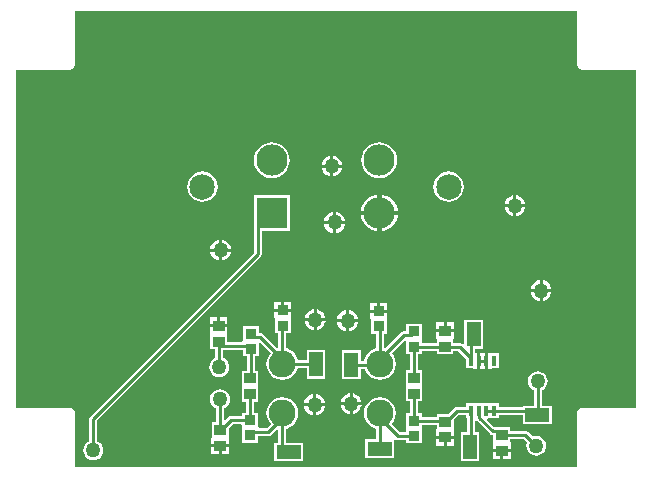
<source format=gbl>
G04*
G04 #@! TF.GenerationSoftware,Altium Limited,Altium Designer,19.1.8 (144)*
G04*
G04 Layer_Physical_Order=2*
G04 Layer_Color=16711680*
%FSLAX25Y25*%
%MOIN*%
G70*
G01*
G75*
%ADD14C,0.01000*%
%ADD16R,0.08071X0.04528*%
%ADD18R,0.01654X0.03500*%
%ADD27C,0.09000*%
%ADD28C,0.10394*%
%ADD29C,0.08504*%
%ADD30R,0.10394X0.10394*%
%ADD31C,0.05000*%
%ADD32R,0.04528X0.08071*%
%ADD33R,0.03740X0.03347*%
%ADD34R,0.03937X0.03543*%
G36*
X188786Y135315D02*
X188902Y134730D01*
X189234Y134234D01*
X189730Y133902D01*
X190315Y133786D01*
X208471D01*
Y21214D01*
X190315D01*
X189730Y21098D01*
X189234Y20766D01*
X188902Y20270D01*
X188786Y19685D01*
Y1529D01*
X21214D01*
Y19685D01*
X21098Y20270D01*
X20766Y20766D01*
X20270Y21098D01*
X19685Y21214D01*
X1529D01*
Y133786D01*
X19685D01*
X20270Y133902D01*
X20766Y134234D01*
X21098Y134730D01*
X21214Y135315D01*
Y153471D01*
X188786D01*
Y135315D01*
D02*
G37*
%LPC*%
G36*
X107500Y105164D02*
Y102200D01*
X110464D01*
X110410Y102614D01*
X110057Y103465D01*
X109496Y104196D01*
X108765Y104757D01*
X107914Y105110D01*
X107500Y105164D01*
D02*
G37*
G36*
X106500D02*
X106086Y105110D01*
X105235Y104757D01*
X104504Y104196D01*
X103943Y103465D01*
X103590Y102614D01*
X103536Y102200D01*
X106500D01*
Y105164D01*
D02*
G37*
G36*
X110464Y101200D02*
X107500D01*
Y98236D01*
X107914Y98290D01*
X108765Y98643D01*
X109496Y99204D01*
X110057Y99935D01*
X110410Y100786D01*
X110464Y101200D01*
D02*
G37*
G36*
X106500D02*
X103536D01*
X103590Y100786D01*
X103943Y99935D01*
X104504Y99204D01*
X105235Y98643D01*
X106086Y98290D01*
X106500Y98236D01*
Y101200D01*
D02*
G37*
G36*
X122800Y109626D02*
X121624Y109510D01*
X120494Y109167D01*
X119452Y108610D01*
X118539Y107861D01*
X117790Y106948D01*
X117233Y105906D01*
X116890Y104776D01*
X116774Y103600D01*
X116890Y102424D01*
X117233Y101294D01*
X117790Y100252D01*
X118539Y99339D01*
X119452Y98590D01*
X120494Y98033D01*
X121624Y97690D01*
X122800Y97574D01*
X123976Y97690D01*
X125106Y98033D01*
X126148Y98590D01*
X127061Y99339D01*
X127810Y100252D01*
X128367Y101294D01*
X128710Y102424D01*
X128826Y103600D01*
X128710Y104776D01*
X128367Y105906D01*
X127810Y106948D01*
X127061Y107861D01*
X126148Y108610D01*
X125106Y109167D01*
X123976Y109510D01*
X122800Y109626D01*
D02*
G37*
G36*
X86895D02*
X85719Y109510D01*
X84588Y109167D01*
X83547Y108610D01*
X82634Y107861D01*
X81884Y106948D01*
X81327Y105906D01*
X80984Y104776D01*
X80869Y103600D01*
X80984Y102424D01*
X81327Y101294D01*
X81884Y100252D01*
X82634Y99339D01*
X83547Y98590D01*
X84588Y98033D01*
X85719Y97690D01*
X86895Y97574D01*
X88070Y97690D01*
X89201Y98033D01*
X90242Y98590D01*
X91155Y99339D01*
X91905Y100252D01*
X92462Y101294D01*
X92805Y102424D01*
X92920Y103600D01*
X92805Y104776D01*
X92462Y105906D01*
X91905Y106948D01*
X91155Y107861D01*
X90242Y108610D01*
X89201Y109167D01*
X88070Y109510D01*
X86895Y109626D01*
D02*
G37*
G36*
X145855Y99928D02*
X144536Y99754D01*
X143307Y99245D01*
X142252Y98435D01*
X141442Y97380D01*
X140933Y96151D01*
X140760Y94832D01*
X140933Y93514D01*
X141442Y92285D01*
X142252Y91229D01*
X143307Y90419D01*
X144536Y89910D01*
X145855Y89737D01*
X147174Y89910D01*
X148403Y90419D01*
X149458Y91229D01*
X150268Y92285D01*
X150777Y93514D01*
X150951Y94832D01*
X150777Y96151D01*
X150268Y97380D01*
X149458Y98435D01*
X148403Y99245D01*
X147174Y99754D01*
X145855Y99928D01*
D02*
G37*
G36*
X63847D02*
X62528Y99754D01*
X61300Y99245D01*
X60244Y98435D01*
X59434Y97380D01*
X58925Y96151D01*
X58752Y94832D01*
X58925Y93514D01*
X59434Y92285D01*
X60244Y91229D01*
X61300Y90419D01*
X62528Y89910D01*
X63847Y89737D01*
X65166Y89910D01*
X66395Y90419D01*
X67450Y91229D01*
X68260Y92285D01*
X68769Y93514D01*
X68943Y94832D01*
X68769Y96151D01*
X68260Y97380D01*
X67450Y98435D01*
X66395Y99245D01*
X65166Y99754D01*
X63847Y99928D01*
D02*
G37*
G36*
X168500Y91964D02*
Y89000D01*
X171464D01*
X171410Y89414D01*
X171057Y90265D01*
X170496Y90996D01*
X169765Y91557D01*
X168914Y91910D01*
X168500Y91964D01*
D02*
G37*
G36*
X167500D02*
X167086Y91910D01*
X166235Y91557D01*
X165504Y90996D01*
X164943Y90265D01*
X164590Y89414D01*
X164536Y89000D01*
X167500D01*
Y91964D01*
D02*
G37*
G36*
X123550Y92233D02*
Y86830D01*
X128953D01*
X128907Y87295D01*
X128553Y88463D01*
X127977Y89540D01*
X127203Y90483D01*
X126259Y91258D01*
X125183Y91833D01*
X124015Y92188D01*
X123550Y92233D01*
D02*
G37*
G36*
X122050D02*
X121585Y92188D01*
X120417Y91833D01*
X119341Y91258D01*
X118397Y90483D01*
X117623Y89540D01*
X117047Y88463D01*
X116693Y87295D01*
X116647Y86830D01*
X122050D01*
Y92233D01*
D02*
G37*
G36*
X171464Y88000D02*
X168500D01*
Y85036D01*
X168914Y85090D01*
X169765Y85443D01*
X170496Y86004D01*
X171057Y86735D01*
X171410Y87586D01*
X171464Y88000D01*
D02*
G37*
G36*
X167500D02*
X164536D01*
X164590Y87586D01*
X164943Y86735D01*
X165504Y86004D01*
X166235Y85443D01*
X167086Y85090D01*
X167500Y85036D01*
Y88000D01*
D02*
G37*
G36*
X108400Y86364D02*
Y83400D01*
X111364D01*
X111310Y83814D01*
X110957Y84665D01*
X110396Y85396D01*
X109665Y85957D01*
X108814Y86310D01*
X108400Y86364D01*
D02*
G37*
G36*
X107400D02*
X106986Y86310D01*
X106135Y85957D01*
X105404Y85396D01*
X104843Y84665D01*
X104490Y83814D01*
X104436Y83400D01*
X107400D01*
Y86364D01*
D02*
G37*
G36*
X128953Y85330D02*
X123550D01*
Y79927D01*
X124015Y79973D01*
X125183Y80327D01*
X126259Y80903D01*
X127203Y81677D01*
X127977Y82621D01*
X128553Y83697D01*
X128907Y84865D01*
X128953Y85330D01*
D02*
G37*
G36*
X122050D02*
X116647D01*
X116693Y84865D01*
X117047Y83697D01*
X117623Y82621D01*
X118397Y81677D01*
X119341Y80903D01*
X120417Y80327D01*
X121585Y79973D01*
X122050Y79927D01*
Y85330D01*
D02*
G37*
G36*
X111364Y82400D02*
X108400D01*
Y79436D01*
X108814Y79490D01*
X109665Y79843D01*
X110396Y80404D01*
X110957Y81135D01*
X111310Y81986D01*
X111364Y82400D01*
D02*
G37*
G36*
X107400D02*
X104436D01*
X104490Y81986D01*
X104843Y81135D01*
X105404Y80404D01*
X106135Y79843D01*
X106986Y79490D01*
X107400Y79436D01*
Y82400D01*
D02*
G37*
G36*
X70400Y77164D02*
Y74200D01*
X73364D01*
X73310Y74614D01*
X72957Y75465D01*
X72396Y76196D01*
X71665Y76757D01*
X70814Y77110D01*
X70400Y77164D01*
D02*
G37*
G36*
X69400D02*
X68986Y77110D01*
X68135Y76757D01*
X67404Y76196D01*
X66843Y75465D01*
X66490Y74614D01*
X66436Y74200D01*
X69400D01*
Y77164D01*
D02*
G37*
G36*
X73364Y73200D02*
X70400D01*
Y70236D01*
X70814Y70290D01*
X71665Y70643D01*
X72396Y71204D01*
X72957Y71935D01*
X73310Y72786D01*
X73364Y73200D01*
D02*
G37*
G36*
X69400D02*
X66436D01*
X66490Y72786D01*
X66843Y71935D01*
X67404Y71204D01*
X68135Y70643D01*
X68986Y70290D01*
X69400Y70236D01*
Y73200D01*
D02*
G37*
G36*
X177200Y63664D02*
Y60700D01*
X180164D01*
X180110Y61114D01*
X179757Y61965D01*
X179196Y62696D01*
X178465Y63257D01*
X177614Y63610D01*
X177200Y63664D01*
D02*
G37*
G36*
X176200D02*
X175786Y63610D01*
X174935Y63257D01*
X174204Y62696D01*
X173643Y61965D01*
X173290Y61114D01*
X173236Y60700D01*
X176200D01*
Y63664D01*
D02*
G37*
G36*
X180164Y59700D02*
X177200D01*
Y56736D01*
X177614Y56790D01*
X178465Y57143D01*
X179196Y57704D01*
X179757Y58435D01*
X180110Y59286D01*
X180164Y59700D01*
D02*
G37*
G36*
X176200D02*
X173236D01*
X173290Y59286D01*
X173643Y58435D01*
X174204Y57704D01*
X174935Y57143D01*
X175786Y56790D01*
X176200Y56736D01*
Y59700D01*
D02*
G37*
G36*
X93470Y56332D02*
X91100D01*
Y54159D01*
X93470D01*
Y56332D01*
D02*
G37*
G36*
X90100D02*
X87730D01*
Y54159D01*
X90100D01*
Y56332D01*
D02*
G37*
G36*
X125470Y56032D02*
X123100D01*
Y53859D01*
X125470D01*
Y56032D01*
D02*
G37*
G36*
X122100D02*
X119730D01*
Y53859D01*
X122100D01*
Y56032D01*
D02*
G37*
G36*
X101900Y53964D02*
Y51000D01*
X104864D01*
X104810Y51414D01*
X104457Y52265D01*
X103896Y52996D01*
X103165Y53557D01*
X102314Y53910D01*
X101900Y53964D01*
D02*
G37*
G36*
X100900D02*
X100486Y53910D01*
X99635Y53557D01*
X98904Y52996D01*
X98343Y52265D01*
X97990Y51414D01*
X97936Y51000D01*
X100900D01*
Y53964D01*
D02*
G37*
G36*
X112700Y53664D02*
Y50700D01*
X115664D01*
X115610Y51114D01*
X115257Y51965D01*
X114696Y52696D01*
X113965Y53257D01*
X113114Y53610D01*
X112700Y53664D01*
D02*
G37*
G36*
X111700D02*
X111286Y53610D01*
X110435Y53257D01*
X109704Y52696D01*
X109143Y51965D01*
X108790Y51114D01*
X108736Y50700D01*
X111700D01*
Y53664D01*
D02*
G37*
G36*
X72168Y51229D02*
X69700D01*
Y48957D01*
X72168D01*
Y51229D01*
D02*
G37*
G36*
X68700D02*
X66232D01*
Y48957D01*
X68700D01*
Y51229D01*
D02*
G37*
G36*
X147669Y49629D02*
X145200D01*
Y47357D01*
X147669D01*
Y49629D01*
D02*
G37*
G36*
X144200D02*
X141732D01*
Y47357D01*
X144200D01*
Y49629D01*
D02*
G37*
G36*
X104864Y50000D02*
X101900D01*
Y47036D01*
X102314Y47090D01*
X103165Y47443D01*
X103896Y48004D01*
X104457Y48735D01*
X104810Y49586D01*
X104864Y50000D01*
D02*
G37*
G36*
X100900D02*
X97936D01*
X97990Y49586D01*
X98343Y48735D01*
X98904Y48004D01*
X99635Y47443D01*
X100486Y47090D01*
X100900Y47036D01*
Y50000D01*
D02*
G37*
G36*
X115664Y49700D02*
X112700D01*
Y46736D01*
X113114Y46790D01*
X113965Y47143D01*
X114696Y47704D01*
X115257Y48435D01*
X115610Y49286D01*
X115664Y49700D01*
D02*
G37*
G36*
X111700D02*
X108736D01*
X108790Y49286D01*
X109143Y48435D01*
X109704Y47704D01*
X110435Y47143D01*
X111286Y46790D01*
X111700Y46736D01*
Y49700D01*
D02*
G37*
G36*
X93470Y53159D02*
X90600D01*
X87730D01*
Y50986D01*
X87930D01*
Y46068D01*
X89174D01*
Y41207D01*
X88674Y41000D01*
X84051Y45623D01*
X83621Y45910D01*
X83114Y46011D01*
X82570D01*
Y48332D01*
X77230D01*
Y43714D01*
X77230Y43386D01*
X76808Y43196D01*
X71969D01*
Y45686D01*
X72168D01*
Y47958D01*
X69200D01*
X66232D01*
Y45686D01*
X66431D01*
Y40571D01*
X68174D01*
Y37723D01*
X67836Y37582D01*
X67146Y37054D01*
X66617Y36364D01*
X66285Y35561D01*
X66171Y34700D01*
X66285Y33838D01*
X66617Y33036D01*
X67146Y32346D01*
X67836Y31817D01*
X68638Y31485D01*
X69500Y31372D01*
X70362Y31485D01*
X71164Y31817D01*
X71854Y32346D01*
X72383Y33036D01*
X72715Y33838D01*
X72829Y34700D01*
X72715Y35561D01*
X72383Y36364D01*
X71854Y37054D01*
X71164Y37582D01*
X70825Y37723D01*
Y40545D01*
X77230D01*
Y38268D01*
X78575D01*
Y33529D01*
X76932D01*
Y28714D01*
X76932Y28386D01*
X76932Y27886D01*
Y23071D01*
X78374D01*
Y19532D01*
X77130D01*
Y18384D01*
X73341D01*
X72834Y18284D01*
X72404Y17996D01*
X71487Y17080D01*
X71026Y17271D01*
Y20977D01*
X71364Y21117D01*
X72054Y21646D01*
X72583Y22336D01*
X72915Y23138D01*
X73028Y24000D01*
X72915Y24861D01*
X72583Y25664D01*
X72054Y26354D01*
X71364Y26882D01*
X70561Y27215D01*
X69700Y27329D01*
X68839Y27215D01*
X68036Y26882D01*
X67346Y26354D01*
X66817Y25664D01*
X66485Y24861D01*
X66372Y24000D01*
X66485Y23138D01*
X66817Y22336D01*
X67346Y21646D01*
X68036Y21117D01*
X68375Y20977D01*
Y16287D01*
X67032D01*
Y11172D01*
X66831D01*
Y8900D01*
X69800D01*
X72768D01*
Y11172D01*
X72569D01*
Y14412D01*
X73890Y15734D01*
X76776D01*
X77130Y15380D01*
X77130Y14586D01*
X77130Y14086D01*
Y9468D01*
X82470D01*
Y11789D01*
X85814D01*
X86321Y11890D01*
X86751Y12177D01*
X88674Y14100D01*
X89174Y13893D01*
Y9364D01*
X87765D01*
Y3236D01*
X97435D01*
Y9364D01*
X91825D01*
Y14129D01*
X91884Y14136D01*
X93173Y14671D01*
X94280Y15520D01*
X95130Y16627D01*
X95664Y17916D01*
X95846Y19300D01*
X95664Y20684D01*
X95130Y21973D01*
X94280Y23080D01*
X93173Y23930D01*
X91884Y24464D01*
X90500Y24646D01*
X89116Y24464D01*
X87827Y23930D01*
X86720Y23080D01*
X85870Y21973D01*
X85336Y20684D01*
X85154Y19300D01*
X85336Y17916D01*
X85870Y16627D01*
X86557Y15732D01*
X85265Y14440D01*
X82910D01*
X82470Y14586D01*
X82470Y14940D01*
Y19532D01*
X81025D01*
Y23071D01*
X82468D01*
Y27886D01*
X82468Y28214D01*
X82468Y28714D01*
Y33529D01*
X81226D01*
Y38268D01*
X82570D01*
Y42648D01*
X83070Y42855D01*
X86557Y39368D01*
X85870Y38473D01*
X85336Y37184D01*
X85154Y35800D01*
X85336Y34416D01*
X85870Y33127D01*
X86720Y32020D01*
X87827Y31170D01*
X89116Y30636D01*
X90500Y30454D01*
X91884Y30636D01*
X93173Y31170D01*
X94280Y32020D01*
X95130Y33127D01*
X95664Y34416D01*
X95671Y34475D01*
X98536D01*
Y30765D01*
X104664D01*
Y40435D01*
X98536D01*
Y37126D01*
X95671D01*
X95664Y37184D01*
X95130Y38473D01*
X94280Y39580D01*
X93173Y40429D01*
X91884Y40964D01*
X91825Y40971D01*
Y46068D01*
X93270D01*
Y50986D01*
X93470D01*
Y53159D01*
D02*
G37*
G36*
X160306Y39539D02*
X158979D01*
Y36789D01*
Y34039D01*
X160306D01*
Y34239D01*
X162665D01*
Y39339D01*
X160306D01*
Y39539D01*
D02*
G37*
G36*
X157980D02*
X156421D01*
Y36789D01*
Y34039D01*
X157980D01*
Y36789D01*
Y39539D01*
D02*
G37*
G36*
X122600Y53359D02*
D01*
Y52859D01*
X119730D01*
Y50686D01*
X119930D01*
Y45768D01*
X121675D01*
Y40971D01*
X121616Y40964D01*
X120327Y40429D01*
X119220Y39580D01*
X118370Y38473D01*
X117836Y37184D01*
X117780Y36759D01*
X116564D01*
Y40268D01*
X110436D01*
Y30598D01*
X116564D01*
Y34108D01*
X117964D01*
X118370Y33127D01*
X119220Y32020D01*
X120327Y31170D01*
X121616Y30636D01*
X123000Y30454D01*
X124384Y30636D01*
X125673Y31170D01*
X126780Y32020D01*
X127629Y33127D01*
X128164Y34416D01*
X128346Y35800D01*
X128164Y37184D01*
X127629Y38473D01*
X126943Y39368D01*
X131230Y43655D01*
X131730Y43448D01*
Y39068D01*
X133074D01*
Y33729D01*
X131632D01*
Y28914D01*
X131632Y28586D01*
X131632Y28086D01*
Y23271D01*
X133074D01*
Y19332D01*
X131730D01*
Y14714D01*
X131730Y14386D01*
X131730Y13886D01*
Y13066D01*
X129608D01*
X126943Y15732D01*
X127629Y16627D01*
X128164Y17916D01*
X128346Y19300D01*
X128164Y20684D01*
X127629Y21973D01*
X126780Y23080D01*
X125673Y23930D01*
X124384Y24464D01*
X123000Y24646D01*
X121616Y24464D01*
X120327Y23930D01*
X119220Y23080D01*
X118370Y21973D01*
X117836Y20684D01*
X117654Y19300D01*
X117836Y17916D01*
X118370Y16627D01*
X119220Y15520D01*
X120327Y14671D01*
X121616Y14136D01*
X121675Y14129D01*
Y10564D01*
X118065D01*
Y4436D01*
X127735D01*
Y10071D01*
X127735Y10290D01*
X127764Y10507D01*
X128018Y10718D01*
X128042Y10732D01*
X128272Y10703D01*
X128552Y10516D01*
X129059Y10415D01*
X131730D01*
Y9268D01*
X137070D01*
Y13886D01*
X137070Y14214D01*
X137070Y14714D01*
Y15534D01*
X142032D01*
Y14014D01*
X141832D01*
Y11743D01*
X144800D01*
X147768D01*
Y14014D01*
X147569D01*
Y17255D01*
X149199Y18885D01*
X151735D01*
Y17661D01*
X152036D01*
Y13035D01*
X150036D01*
Y3365D01*
X156164D01*
Y13035D01*
X154687D01*
Y16793D01*
X155187Y16945D01*
X155216Y16902D01*
X159626Y12492D01*
X160056Y12205D01*
X160563Y12104D01*
X160831D01*
Y9614D01*
X160632D01*
Y7343D01*
X166569D01*
Y9614D01*
X166368D01*
Y10832D01*
X170894D01*
X172025Y9700D01*
X171885Y9362D01*
X171772Y8500D01*
X171885Y7638D01*
X172218Y6836D01*
X172746Y6146D01*
X173436Y5618D01*
X174239Y5285D01*
X175100Y5172D01*
X175961Y5285D01*
X176764Y5618D01*
X177454Y6146D01*
X177982Y6836D01*
X178315Y7638D01*
X178428Y8500D01*
X178315Y9362D01*
X177982Y10164D01*
X177454Y10854D01*
X176764Y11383D01*
X175961Y11715D01*
X175100Y11829D01*
X174239Y11715D01*
X173900Y11575D01*
X172380Y13095D01*
X171950Y13382D01*
X171442Y13483D01*
X166368D01*
Y14729D01*
X162456D01*
X162328Y14755D01*
X161112D01*
X158668Y17199D01*
X158859Y17661D01*
X162665D01*
Y18885D01*
X170665D01*
Y15736D01*
X180335D01*
Y21864D01*
X176926D01*
Y26977D01*
X177264Y27117D01*
X177954Y27646D01*
X178482Y28336D01*
X178815Y29138D01*
X178928Y30000D01*
X178815Y30861D01*
X178482Y31664D01*
X177954Y32354D01*
X177264Y32882D01*
X176462Y33215D01*
X175600Y33329D01*
X174739Y33215D01*
X173936Y32882D01*
X173246Y32354D01*
X172717Y31664D01*
X172385Y30861D01*
X172272Y30000D01*
X172385Y29138D01*
X172717Y28336D01*
X173246Y27646D01*
X173936Y27117D01*
X174275Y26977D01*
Y21864D01*
X170665D01*
Y21536D01*
X162665D01*
Y22761D01*
X151735D01*
Y21536D01*
X148650D01*
X148143Y21435D01*
X147713Y21148D01*
X145694Y19129D01*
X142032D01*
Y18184D01*
X137070D01*
Y19332D01*
X135725D01*
Y23271D01*
X137169D01*
Y28086D01*
X137169Y28414D01*
X137169Y28914D01*
Y33729D01*
X135725D01*
Y39068D01*
X137070D01*
Y40216D01*
X141931D01*
Y38971D01*
X147468D01*
Y40217D01*
X148983D01*
X151735Y37465D01*
Y34239D01*
X154094D01*
Y34039D01*
X155420D01*
Y36789D01*
Y39539D01*
X154687D01*
Y40765D01*
X157264D01*
Y50435D01*
X151136D01*
Y42466D01*
X150674Y42274D01*
X150469Y42480D01*
X150039Y42767D01*
X149531Y42868D01*
X147468D01*
Y44086D01*
X147669D01*
Y46358D01*
X144700D01*
Y46858D01*
D01*
Y46358D01*
X141732D01*
Y44086D01*
X141931D01*
Y42866D01*
X137424D01*
X137070Y43220D01*
X137070Y44014D01*
X137070Y44514D01*
Y49132D01*
X131730D01*
Y46811D01*
X131186D01*
X130679Y46710D01*
X130249Y46423D01*
X124826Y41000D01*
X124326Y41207D01*
Y45768D01*
X125270D01*
Y50686D01*
X125470D01*
Y52859D01*
X122600D01*
Y53359D01*
D02*
G37*
G36*
X113900Y25964D02*
Y23000D01*
X116864D01*
X116810Y23414D01*
X116457Y24265D01*
X115896Y24996D01*
X115165Y25557D01*
X114314Y25910D01*
X113900Y25964D01*
D02*
G37*
G36*
X112900D02*
X112486Y25910D01*
X111635Y25557D01*
X110904Y24996D01*
X110343Y24265D01*
X109990Y23414D01*
X109936Y23000D01*
X112900D01*
Y25964D01*
D02*
G37*
G36*
X101700Y25664D02*
Y22700D01*
X104664D01*
X104610Y23114D01*
X104257Y23965D01*
X103696Y24696D01*
X102965Y25257D01*
X102114Y25610D01*
X101700Y25664D01*
D02*
G37*
G36*
X100700D02*
X100286Y25610D01*
X99435Y25257D01*
X98704Y24696D01*
X98143Y23965D01*
X97790Y23114D01*
X97736Y22700D01*
X100700D01*
Y25664D01*
D02*
G37*
G36*
X116864Y22000D02*
X113900D01*
Y19036D01*
X114314Y19090D01*
X115165Y19443D01*
X115896Y20004D01*
X116457Y20735D01*
X116810Y21586D01*
X116864Y22000D01*
D02*
G37*
G36*
X112900D02*
X109936D01*
X109990Y21586D01*
X110343Y20735D01*
X110904Y20004D01*
X111635Y19443D01*
X112486Y19090D01*
X112900Y19036D01*
Y22000D01*
D02*
G37*
G36*
X104664Y21700D02*
X101700D01*
Y18736D01*
X102114Y18790D01*
X102965Y19143D01*
X103696Y19704D01*
X104257Y20435D01*
X104610Y21286D01*
X104664Y21700D01*
D02*
G37*
G36*
X100700D02*
X97736D01*
X97790Y21286D01*
X98143Y20435D01*
X98704Y19704D01*
X99435Y19143D01*
X100286Y18790D01*
X100700Y18736D01*
Y21700D01*
D02*
G37*
G36*
X147768Y10742D02*
X145300D01*
Y8471D01*
X147768D01*
Y10742D01*
D02*
G37*
G36*
X144300D02*
X141832D01*
Y8471D01*
X144300D01*
Y10742D01*
D02*
G37*
G36*
X72768Y7900D02*
X70300D01*
Y5628D01*
X72768D01*
Y7900D01*
D02*
G37*
G36*
X69300D02*
X66831D01*
Y5628D01*
X69300D01*
Y7900D01*
D02*
G37*
G36*
X166569Y6342D02*
X164100D01*
Y4071D01*
X166569D01*
Y6342D01*
D02*
G37*
G36*
X163100D02*
X160632D01*
Y4071D01*
X163100D01*
Y6342D01*
D02*
G37*
G36*
X92891Y92077D02*
X80898D01*
Y81511D01*
X80872Y81384D01*
Y72781D01*
X26563Y18471D01*
X26275Y18041D01*
X26175Y17534D01*
Y9923D01*
X25836Y9783D01*
X25146Y9254D01*
X24617Y8564D01*
X24285Y7762D01*
X24171Y6900D01*
X24285Y6038D01*
X24617Y5236D01*
X25146Y4546D01*
X25836Y4017D01*
X26638Y3685D01*
X27500Y3571D01*
X28361Y3685D01*
X29164Y4017D01*
X29854Y4546D01*
X30382Y5236D01*
X30715Y6038D01*
X30828Y6900D01*
X30715Y7762D01*
X30382Y8564D01*
X29854Y9254D01*
X29164Y9783D01*
X28826Y9923D01*
Y16985D01*
X83135Y71294D01*
X83422Y71724D01*
X83523Y72232D01*
Y80084D01*
X92891D01*
Y92077D01*
D02*
G37*
%LPD*%
D14*
X158479Y20211D02*
X161039D01*
X69500Y34700D02*
Y42843D01*
X69200Y43143D02*
X69500Y42843D01*
X101400Y35800D02*
X101600Y35600D01*
X90500Y35800D02*
X101400D01*
X27500Y17534D02*
X82198Y72232D01*
X27500Y6900D02*
Y17534D01*
X82198Y72232D02*
Y81384D01*
X86895Y86080D01*
X69700Y13815D02*
X70097D01*
X73341Y17059D01*
X79800D01*
X69700Y13815D02*
Y24000D01*
X69200Y43143D02*
X70472Y41871D01*
X78770D01*
X79900Y40741D01*
X90500Y6700D02*
Y17800D01*
Y19300D01*
X85814Y13114D02*
X90500Y17800D01*
X80973Y13114D02*
X85814D01*
X79800Y11941D02*
X80973Y13114D01*
X79700Y17159D02*
X79800Y17059D01*
X79700Y17159D02*
Y25642D01*
Y30957D02*
X79900Y31157D01*
Y40741D01*
X90500Y37300D02*
Y48441D01*
Y35800D02*
Y37300D01*
Y48441D02*
X90600Y48541D01*
X79900Y45859D02*
X81073Y44686D01*
X83114D01*
X90500Y37300D01*
X90400Y6600D02*
X90500Y6700D01*
X122633Y35433D02*
X123000Y35800D01*
X113500Y35433D02*
X122633D01*
X171442Y12157D02*
X175100Y8500D01*
X163600Y12157D02*
X171442D01*
X175600Y18900D02*
Y30000D01*
X175500Y18800D02*
X175600Y18900D01*
X155921Y36789D02*
X158479D01*
X123000Y17800D02*
Y19300D01*
Y35800D02*
Y37300D01*
X174089Y20211D02*
X175500Y18800D01*
X161039Y20211D02*
X174089D01*
X153361Y8461D02*
Y20211D01*
X153100Y8200D02*
X153361Y8461D01*
X162328Y13429D02*
X163600Y12157D01*
X160563Y13429D02*
X162328D01*
X156153Y17839D02*
X160563Y13429D01*
X156153Y17839D02*
Y19978D01*
X155921Y20211D02*
X156153Y19978D01*
X123000Y7600D02*
Y17800D01*
X122900Y7500D02*
X123000Y7600D01*
Y17800D02*
X129059Y11741D01*
X134400D01*
X148650Y20211D02*
X153361D01*
X144997Y16557D02*
X148650Y20211D01*
X144800Y16557D02*
X144997D01*
X144498Y16859D02*
X144800Y16557D01*
X134400Y16859D02*
X144498D01*
X134400D02*
Y25842D01*
Y31157D02*
Y41541D01*
X153361Y37713D02*
Y44761D01*
Y36789D02*
Y37713D01*
Y44761D02*
X154200Y45600D01*
X144700Y41543D02*
X149531D01*
X153361Y37713D01*
X144698Y41541D02*
X144700Y41543D01*
X134400Y41541D02*
X144698D01*
X123000Y37300D02*
Y47841D01*
X133227Y45486D02*
X134400Y46659D01*
X131186Y45486D02*
X133227D01*
X123000Y37300D02*
X131186Y45486D01*
X122600Y48241D02*
X123000Y47841D01*
D16*
X122900Y7500D02*
D03*
X175500Y18800D02*
D03*
X92600Y6300D02*
D03*
D18*
X161039Y20211D02*
D03*
X158479D02*
D03*
X155921D02*
D03*
X153361D02*
D03*
X161039Y36789D02*
D03*
X158479D02*
D03*
X155921D02*
D03*
X153361D02*
D03*
D27*
X90500Y35800D02*
D03*
Y19300D02*
D03*
X123000Y35800D02*
D03*
Y19300D02*
D03*
D28*
X86895Y103600D02*
D03*
X122800D02*
D03*
Y86080D02*
D03*
D29*
X63847Y94832D02*
D03*
X145855D02*
D03*
D30*
X86895Y86080D02*
D03*
D31*
X69900Y73700D02*
D03*
X168000Y88500D02*
D03*
X107000Y101700D02*
D03*
X107900Y82900D02*
D03*
X112200Y50200D02*
D03*
X101200Y22200D02*
D03*
X113400Y22500D02*
D03*
X101400Y50500D02*
D03*
X176700Y60200D02*
D03*
X69500Y34700D02*
D03*
X27500Y6900D02*
D03*
X69700Y24000D02*
D03*
X175600Y30000D02*
D03*
X175100Y8500D02*
D03*
D32*
X101600Y35600D02*
D03*
X113500Y35433D02*
D03*
X153100Y8200D02*
D03*
X154200Y45600D02*
D03*
D33*
X134400Y11741D02*
D03*
Y16859D02*
D03*
Y41541D02*
D03*
Y46659D02*
D03*
X122600Y53359D02*
D03*
Y48241D02*
D03*
X90600Y53659D02*
D03*
Y48541D02*
D03*
X79800Y17059D02*
D03*
Y11941D02*
D03*
X79900Y45859D02*
D03*
Y40741D02*
D03*
D34*
X144700Y41543D02*
D03*
Y46858D02*
D03*
X134400Y25842D02*
D03*
Y31157D02*
D03*
X144800Y11242D02*
D03*
Y16557D02*
D03*
X163600Y6842D02*
D03*
Y12157D02*
D03*
X69800Y13715D02*
D03*
Y8400D02*
D03*
X69200Y48458D02*
D03*
Y43143D02*
D03*
X79700Y30957D02*
D03*
Y25642D02*
D03*
M02*

</source>
